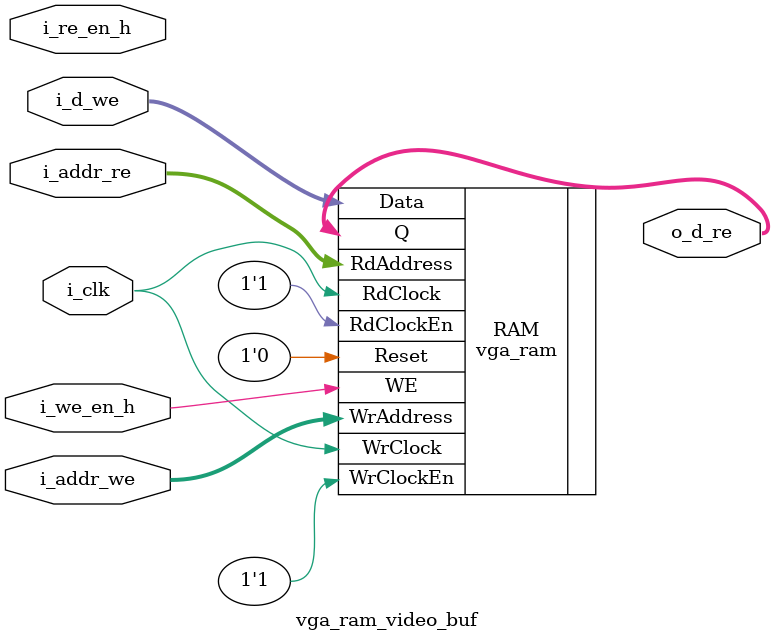
<source format=v>
module vga_ram_video_buf
(
    input wire i_clk,
	 input wire [7:0] i_d_we,
	 input wire [10:0] i_addr_we,
	 input wire i_we_en_h,
	 
	 input wire [10:0] i_addr_re,
	 input wire i_re_en_h,
	 output wire [7:0] o_d_re
);
/*
ram_1 RAM (
	.clock(i_clk),
	.data(i_d_we),
	.rdaddress(i_addr_re),
	.rden(i_re_en_h),
	.wraddress(i_addr_we),
	.wren(i_we_en_h),
	.q(o_d_re)
);
*/

/*
ram RAM(
  .clka(i_clk),
  .wea(i_we_en_h),
  .addra(i_addr_we),
  .dina(i_d_we),
  
  .clkb(i_clk),
  .addrb(i_addr_re),
  .doutb(o_d_re)
);
*/



//output [7:0] dout;
//input clka;
//input cea;
//input reseta;
//input clkb;
//input ceb;
//input resetb;
//input oce;
//input [10:0] ada;
//input [7:0] din;
//input [10:0] adb;


// GoWin -------------------
/*
ram RAM(
  .reseta ( 1'b0      ),
  .resetb ( 1'b0      ),

  .clka   ( i_clk     ),
  .cea    ( i_we_en_h ),
  .ada    ( i_addr_we ),
  .din    ( i_d_we    ),
  
  .clkb   ( i_clk     ),
  .ceb    ( 1'b1      ),
  .oce    ( 1'b1      ),
  .adb    ( i_addr_re ),
  .dout   ( o_d_re    )
);
*/

// Lattice ------------------
vga_ram RAM 
(
    .Reset     ( 1'b0      ), 

    .WrClock   ( i_clk     ), 
    .WrClockEn ( 1'b1      ), 
    .WrAddress ( i_addr_we ), 
    .Data      ( i_d_we    ), 
    .WE        ( i_we_en_h ), 

    .RdClock   ( i_clk     ), 
    .RdClockEn ( 1'b1      ), 
    .RdAddress ( i_addr_re ), 
    .Q         ( o_d_re    )
);





endmodule

</source>
